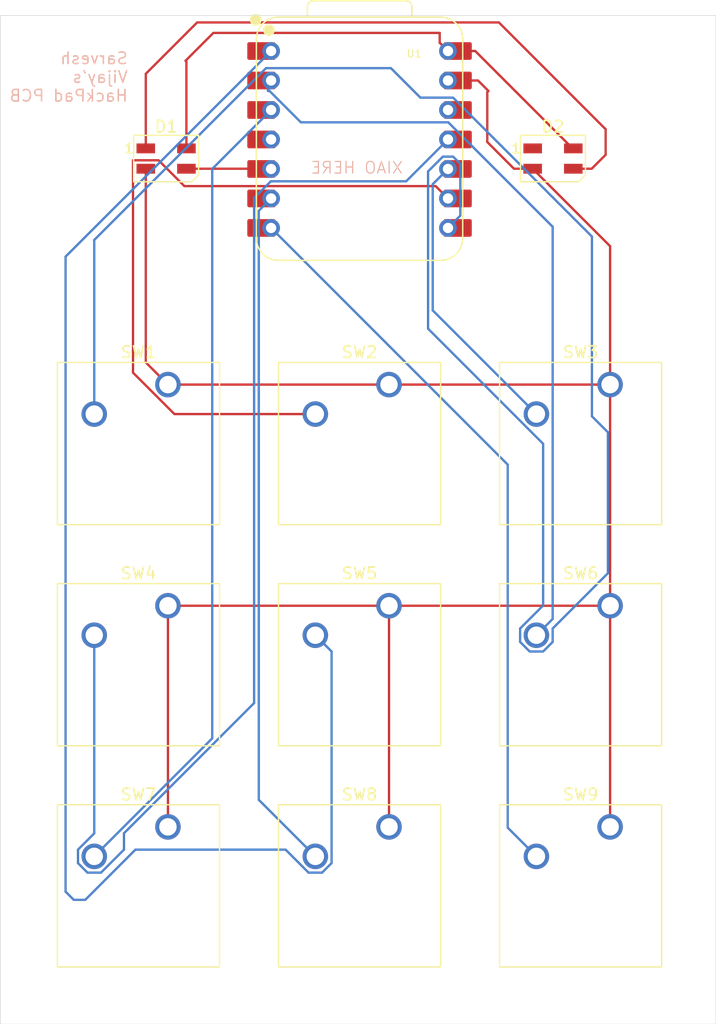
<source format=kicad_pcb>
(kicad_pcb (version 20241229) (generator "pcbnew") (generator_version "9.0")
  (layers (0 "F.Cu" signal) (2 "B.Cu" signal) (13 "F.Paste" user) (15 "B.Paste" user) (5 "F.SilkS" user "F.Silkscreen") (7 "B.SilkS" user "B.Silkscreen") (1 "F.Mask" user) (3 "B.Mask" user) (25 "Edge.Cuts" user))
  (net 0 "")
  (net 1 "+5V")
  (net 2 "GND")
  (net 3 "Net-(D1-DIN)")
  (net 4 "Net-(D1-DOUT)")
  (net 6 "Net-(U1-GPIO1{slash}RX)")
  (net 7 "Net-(U1-GPIO2{slash}SCK)")
  (net 8 "Net-(U1-GPIO4{slash}MISO)")
  (net 9 "Net-(U1-GPIO3{slash}MOSI)")
  (net 11 "Net-(U1-GPIO26{slash}ADC0{slash}A0)")
  (net 12 "Net-(U1-GPIO27{slash}ADC1{slash}A1)")
  (net 13 "Net-(U1-GPIO28{slash}ADC2{slash}A2)")
  (net 14 "Net-(U1-GPIO7{slash}SCL)")
  (net 15 "Net-(U1-GPIO0{slash}TX)")
  (footprint "Button_Switch_Keyboard:SW_Cherry_MX_1.00u_PCB" (layer "F.Cu") (at 123.98375 118.745)
    (property "Reference" "SW4" (at -2.54 -2.794 0) (layer "F.SilkS"))
    (property "Value" "SW_Push")
    (fp_line (start -9.525 -1.905) (end 4.445 -1.905) (stroke (width 0.12)) (layer "F.SilkS"))
    (fp_line (start -9.525 12.065) (end -9.525 -1.905) (stroke (width 0.12)) (layer "F.SilkS"))
    (fp_line (start 4.445 -1.905) (end 4.445 12.065) (stroke (width 0.12)) (layer "F.SilkS"))
    (fp_line (start 4.445 12.065) (end -9.525 12.065) (stroke (width 0.12)) (layer "F.SilkS"))
    (pad "" np_thru_hole circle (at -7.62 5.08) (size 1.7 1.7) (drill 1.7) (layers "*.Cu" "*.Mask"))
    (pad "" np_thru_hole circle (at -2.54 5.08) (size 4 4) (drill 4) (layers "*.Cu" "*.Mask"))
    (pad "" np_thru_hole circle (at 2.54 5.08) (size 1.7 1.7) (drill 1.7) (layers "*.Cu" "*.Mask"))
    (pad "1" thru_hole circle (at 0 0) (size 2.2 2.2) (drill 1.5) (layers "*.Cu" "*.Mask") (net 2 "GND"))
    (pad "2" thru_hole circle (at -6.35 2.54) (size 2.2 2.2) (drill 1.5) (layers "*.Cu" "*.Mask") (net 9 "Net-(U1-GPIO3{slash}MOSI)"))
  )
  (footprint "Button_Switch_Keyboard:SW_Cherry_MX_1.00u_PCB" (layer "F.Cu") (at 162.08375 118.745)
    (property "Reference" "SW6" (at -2.54 -2.794 0) (layer "F.SilkS"))
    (property "Value" "SW_Push")
    (fp_line (start -9.525 -1.905) (end 4.445 -1.905) (stroke (width 0.12)) (layer "F.SilkS"))
    (fp_line (start -9.525 12.065) (end -9.525 -1.905) (stroke (width 0.12)) (layer "F.SilkS"))
    (fp_line (start 4.445 -1.905) (end 4.445 12.065) (stroke (width 0.12)) (layer "F.SilkS"))
    (fp_line (start 4.445 12.065) (end -9.525 12.065) (stroke (width 0.12)) (layer "F.SilkS"))
    (pad "" np_thru_hole circle (at -7.62 5.08) (size 1.7 1.7) (drill 1.7) (layers "*.Cu" "*.Mask"))
    (pad "" np_thru_hole circle (at -2.54 5.08) (size 4 4) (drill 4) (layers "*.Cu" "*.Mask"))
    (pad "" np_thru_hole circle (at 2.54 5.08) (size 1.7 1.7) (drill 1.7) (layers "*.Cu" "*.Mask"))
    (pad "1" thru_hole circle (at 0 0) (size 2.2 2.2) (drill 1.5) (layers "*.Cu" "*.Mask") (net 2 "GND"))
    (pad "2" thru_hole circle (at -6.35 2.54) (size 2.2 2.2) (drill 1.5) (layers "*.Cu" "*.Mask") (net 12 "Net-(U1-GPIO27{slash}ADC1{slash}A1)"))
  )
  (footprint "Button_Switch_Keyboard:SW_Cherry_MX_1.00u_PCB" (layer "F.Cu") (at 123.98375 99.695)
    (property "Reference" "SW1" (at -2.54 -2.794 0) (layer "F.SilkS"))
    (property "Value" "SW_Push")
    (fp_line (start -9.525 -1.905) (end 4.445 -1.905) (stroke (width 0.12)) (layer "F.SilkS"))
    (fp_line (start -9.525 12.065) (end -9.525 -1.905) (stroke (width 0.12)) (layer "F.SilkS"))
    (fp_line (start 4.445 -1.905) (end 4.445 12.065) (stroke (width 0.12)) (layer "F.SilkS"))
    (fp_line (start 4.445 12.065) (end -9.525 12.065) (stroke (width 0.12)) (layer "F.SilkS"))
    (pad "" np_thru_hole circle (at -7.62 5.08) (size 1.7 1.7) (drill 1.7) (layers "*.Cu" "*.Mask"))
    (pad "" np_thru_hole circle (at -2.54 5.08) (size 4 4) (drill 4) (layers "*.Cu" "*.Mask"))
    (pad "" np_thru_hole circle (at 2.54 5.08) (size 1.7 1.7) (drill 1.7) (layers "*.Cu" "*.Mask"))
    (pad "1" thru_hole circle (at 0 0) (size 2.2 2.2) (drill 1.5) (layers "*.Cu" "*.Mask") (net 2 "GND"))
    (pad "2" thru_hole circle (at -6.35 2.54) (size 2.2 2.2) (drill 1.5) (layers "*.Cu" "*.Mask") (net 6 "Net-(U1-GPIO1{slash}RX)"))
  )
  (footprint "Button_Switch_Keyboard:SW_Cherry_MX_1.00u_PCB" (layer "F.Cu") (at 123.98375 137.795)
    (property "Reference" "SW7" (at -2.54 -2.794 0) (layer "F.SilkS"))
    (property "Value" "SW_Push")
    (fp_line (start -9.525 -1.905) (end 4.445 -1.905) (stroke (width 0.12)) (layer "F.SilkS"))
    (fp_line (start -9.525 12.065) (end -9.525 -1.905) (stroke (width 0.12)) (layer "F.SilkS"))
    (fp_line (start 4.445 -1.905) (end 4.445 12.065) (stroke (width 0.12)) (layer "F.SilkS"))
    (fp_line (start 4.445 12.065) (end -9.525 12.065) (stroke (width 0.12)) (layer "F.SilkS"))
    (pad "" np_thru_hole circle (at -7.62 5.08) (size 1.7 1.7) (drill 1.7) (layers "*.Cu" "*.Mask"))
    (pad "" np_thru_hole circle (at -2.54 5.08) (size 4 4) (drill 4) (layers "*.Cu" "*.Mask"))
    (pad "" np_thru_hole circle (at 2.54 5.08) (size 1.7 1.7) (drill 1.7) (layers "*.Cu" "*.Mask"))
    (pad "1" thru_hole circle (at 0 0) (size 2.2 2.2) (drill 1.5) (layers "*.Cu" "*.Mask") (net 2 "GND"))
    (pad "2" thru_hole circle (at -6.35 2.54) (size 2.2 2.2) (drill 1.5) (layers "*.Cu" "*.Mask") (net 13 "Net-(U1-GPIO28{slash}ADC2{slash}A2)"))
  )
  (footprint "Button_Switch_Keyboard:SW_Cherry_MX_1.00u_PCB" (layer "F.Cu") (at 143.03375 99.695)
    (property "Reference" "SW2" (at -2.54 -2.794 0) (layer "F.SilkS"))
    (property "Value" "SW_Push")
    (fp_line (start -9.525 -1.905) (end 4.445 -1.905) (stroke (width 0.12)) (layer "F.SilkS"))
    (fp_line (start -9.525 12.065) (end -9.525 -1.905) (stroke (width 0.12)) (layer "F.SilkS"))
    (fp_line (start 4.445 -1.905) (end 4.445 12.065) (stroke (width 0.12)) (layer "F.SilkS"))
    (fp_line (start 4.445 12.065) (end -9.525 12.065) (stroke (width 0.12)) (layer "F.SilkS"))
    (pad "" np_thru_hole circle (at -7.62 5.08) (size 1.7 1.7) (drill 1.7) (layers "*.Cu" "*.Mask"))
    (pad "" np_thru_hole circle (at -2.54 5.08) (size 4 4) (drill 4) (layers "*.Cu" "*.Mask"))
    (pad "" np_thru_hole circle (at 2.54 5.08) (size 1.7 1.7) (drill 1.7) (layers "*.Cu" "*.Mask"))
    (pad "1" thru_hole circle (at 0 0) (size 2.2 2.2) (drill 1.5) (layers "*.Cu" "*.Mask") (net 2 "GND"))
    (pad "2" thru_hole circle (at -6.35 2.54) (size 2.2 2.2) (drill 1.5) (layers "*.Cu" "*.Mask") (net 7 "Net-(U1-GPIO2{slash}SCK)"))
  )
  (footprint "Button_Switch_Keyboard:SW_Cherry_MX_1.00u_PCB" (layer "F.Cu") (at 143.03375 118.745)
    (property "Reference" "SW5" (at -2.54 -2.794 0) (layer "F.SilkS"))
    (property "Value" "SW_Push")
    (fp_line (start -9.525 -1.905) (end 4.445 -1.905) (stroke (width 0.12)) (layer "F.SilkS"))
    (fp_line (start -9.525 12.065) (end -9.525 -1.905) (stroke (width 0.12)) (layer "F.SilkS"))
    (fp_line (start 4.445 -1.905) (end 4.445 12.065) (stroke (width 0.12)) (layer "F.SilkS"))
    (fp_line (start 4.445 12.065) (end -9.525 12.065) (stroke (width 0.12)) (layer "F.SilkS"))
    (pad "" np_thru_hole circle (at -7.62 5.08) (size 1.7 1.7) (drill 1.7) (layers "*.Cu" "*.Mask"))
    (pad "" np_thru_hole circle (at -2.54 5.08) (size 4 4) (drill 4) (layers "*.Cu" "*.Mask"))
    (pad "" np_thru_hole circle (at 2.54 5.08) (size 1.7 1.7) (drill 1.7) (layers "*.Cu" "*.Mask"))
    (pad "1" thru_hole circle (at 0 0) (size 2.2 2.2) (drill 1.5) (layers "*.Cu" "*.Mask") (net 2 "GND"))
    (pad "2" thru_hole circle (at -6.35 2.54) (size 2.2 2.2) (drill 1.5) (layers "*.Cu" "*.Mask") (net 11 "Net-(U1-GPIO26{slash}ADC0{slash}A0)"))
  )
  (footprint "Button_Switch_Keyboard:SW_Cherry_MX_1.00u_PCB" (layer "F.Cu") (at 162.08375 137.795)
    (property "Reference" "SW9" (at -2.54 -2.794 0) (layer "F.SilkS"))
    (property "Value" "SW_Push")
    (fp_line (start -9.525 -1.905) (end 4.445 -1.905) (stroke (width 0.12)) (layer "F.SilkS"))
    (fp_line (start -9.525 12.065) (end -9.525 -1.905) (stroke (width 0.12)) (layer "F.SilkS"))
    (fp_line (start 4.445 -1.905) (end 4.445 12.065) (stroke (width 0.12)) (layer "F.SilkS"))
    (fp_line (start 4.445 12.065) (end -9.525 12.065) (stroke (width 0.12)) (layer "F.SilkS"))
    (pad "" np_thru_hole circle (at -7.62 5.08) (size 1.7 1.7) (drill 1.7) (layers "*.Cu" "*.Mask"))
    (pad "" np_thru_hole circle (at -2.54 5.08) (size 4 4) (drill 4) (layers "*.Cu" "*.Mask"))
    (pad "" np_thru_hole circle (at 2.54 5.08) (size 1.7 1.7) (drill 1.7) (layers "*.Cu" "*.Mask"))
    (pad "1" thru_hole circle (at 0 0) (size 2.2 2.2) (drill 1.5) (layers "*.Cu" "*.Mask") (net 2 "GND"))
    (pad "2" thru_hole circle (at -6.35 2.54) (size 2.2 2.2) (drill 1.5) (layers "*.Cu" "*.Mask") (net 15 "Net-(U1-GPIO0{slash}TX)"))
  )
  (footprint "Button_Switch_Keyboard:SW_Cherry_MX_1.00u_PCB" (layer "F.Cu") (at 143.03375 137.795)
    (property "Reference" "SW8" (at -2.54 -2.794 0) (layer "F.SilkS"))
    (property "Value" "SW_Push")
    (fp_line (start -9.525 -1.905) (end 4.445 -1.905) (stroke (width 0.12)) (layer "F.SilkS"))
    (fp_line (start -9.525 12.065) (end -9.525 -1.905) (stroke (width 0.12)) (layer "F.SilkS"))
    (fp_line (start 4.445 -1.905) (end 4.445 12.065) (stroke (width 0.12)) (layer "F.SilkS"))
    (fp_line (start 4.445 12.065) (end -9.525 12.065) (stroke (width 0.12)) (layer "F.SilkS"))
    (pad "" np_thru_hole circle (at -7.62 5.08) (size 1.7 1.7) (drill 1.7) (layers "*.Cu" "*.Mask"))
    (pad "" np_thru_hole circle (at -2.54 5.08) (size 4 4) (drill 4) (layers "*.Cu" "*.Mask"))
    (pad "" np_thru_hole circle (at 2.54 5.08) (size 1.7 1.7) (drill 1.7) (layers "*.Cu" "*.Mask"))
    (pad "1" thru_hole circle (at 0 0) (size 2.2 2.2) (drill 1.5) (layers "*.Cu" "*.Mask") (net 2 "GND"))
    (pad "2" thru_hole circle (at -6.35 2.54) (size 2.2 2.2) (drill 1.5) (layers "*.Cu" "*.Mask") (net 14 "Net-(U1-GPIO7{slash}SCL)"))
  )
  (footprint "OPL Lib:XIAO-RP2040-DIP" (layer "F.Cu") (at 140.49375 78.58125)
    (property "Reference" "U1" (at 4.70625 -7.38125 0) (layer "F.SilkS") (effects (font (size 0.635 0.635) (thickness 0.1016))))
    (property "Value" "XIAO-RP2040-DIP")
    (fp_line (start -8.89 8.509) (end -8.89 -8.636) (stroke (width 0.127)) (layer "F.SilkS"))
    (fp_line (start -6.985 10.414) (end 6.985 10.414) (stroke (width 0.127)) (layer "F.SilkS"))
    (fp_line (start -4.495 -10.541) (end -4.491272 -11.451272) (stroke (width 0.127)) (layer "F.SilkS"))
    (fp_line (start -3.991272 -11.951) (end 4.004 -11.951) (stroke (width 0.127)) (layer "F.SilkS"))
    (fp_line (start 4.504 -11.451) (end 4.504 -10.541) (stroke (width 0.127)) (layer "F.SilkS"))
    (fp_line (start 6.985 -10.541) (end -6.985 -10.541) (stroke (width 0.1)) (layer "F.SilkS"))
    (fp_line (start 6.985 -10.541) (end -6.985 -10.541) (stroke (width 0.127)) (layer "F.SilkS"))
    (fp_line (start 8.89 8.509) (end 8.89 -8.636) (stroke (width 0.127)) (layer "F.SilkS"))
    (fp_arc (start -8.89 -8.636) (mid -8.332038 -9.983038) (end -6.985 -10.541) (stroke (width 0.127)) (layer "F.SilkS"))
    (fp_arc (start -6.985 10.414) (mid -8.332038 9.856038) (end -8.89 8.509) (stroke (width 0.127)) (layer "F.SilkS"))
    (fp_arc (start -4.491272 -11.451272) (mid -4.344728 -11.80464) (end -3.991272 -11.951) (stroke (width 0.127)) (layer "F.SilkS"))
    (fp_arc (start 4.004 -11.951) (mid 4.357553 -11.804553) (end 4.504 -11.451) (stroke (width 0.127)) (layer "F.SilkS"))
    (fp_arc (start 6.985 -10.541) (mid 8.332038 -9.983038) (end 8.89 -8.636) (stroke (width 0.127)) (layer "F.SilkS"))
    (fp_arc (start 8.89 8.509) (mid 8.332038 9.856038) (end 6.985 10.414) (stroke (width 0.127)) (layer "F.SilkS"))
    (fp_circle (center -8.95 -10.3) (end -8.95 -10.554) (stroke (width 0.5)) (fill yes) (layer "F.SilkS"))
    (fp_circle (center -7.807 -9.42) (end -7.807 -9.674) (stroke (width 0.5)) (fill yes) (layer "F.SilkS"))
    (pad "1" smd roundrect (at -8.455 -7.62 180) (size 2.432 1.524) (layers "F.Cu" "F.Mask") (roundrect_rratio 0.1) (net 11 "Net-(U1-GPIO26{slash}ADC0{slash}A0)"))
    (pad "1" thru_hole circle (at -7.62 -7.62 180) (size 1.524 1.524) (drill 0.889) (layers "*.Cu" "*.Mask") (net 11 "Net-(U1-GPIO26{slash}ADC0{slash}A0)"))
    (pad "2" smd roundrect (at -8.455 -5.08 180) (size 2.432 1.524) (layers "F.Cu" "F.Mask") (roundrect_rratio 0.1) (net 12 "Net-(U1-GPIO27{slash}ADC1{slash}A1)"))
    (pad "2" thru_hole circle (at -7.62 -5.08 180) (size 1.524 1.524) (drill 0.889) (layers "*.Cu" "*.Mask") (net 12 "Net-(U1-GPIO27{slash}ADC1{slash}A1)"))
    (pad "3" smd roundrect (at -8.455 -2.54 180) (size 2.432 1.524) (layers "F.Cu" "F.Mask") (roundrect_rratio 0.1) (net 13 "Net-(U1-GPIO28{slash}ADC2{slash}A2)"))
    (pad "3" thru_hole circle (at -7.62 -2.54 180) (size 1.524 1.524) (drill 0.889) (layers "*.Cu" "*.Mask") (net 13 "Net-(U1-GPIO28{slash}ADC2{slash}A2)"))
    (pad "4" smd roundrect (at -8.455 0 180) (size 2.432 1.524) (layers "F.Cu" "F.Mask") (roundrect_rratio 0.1))
    (pad "4" thru_hole circle (at -7.62 0 180) (size 1.524 1.524) (drill 0.889) (layers "*.Cu" "*.Mask"))
    (pad "5" smd roundrect (at -8.455 2.54 180) (size 2.432 1.524) (layers "F.Cu" "F.Mask") (roundrect_rratio 0.1) (net 3 "Net-(D1-DIN)"))
    (pad "5" thru_hole circle (at -7.62 2.54 180) (size 1.524 1.524) (drill 0.889) (layers "*.Cu" "*.Mask") (net 3 "Net-(D1-DIN)"))
    (pad "6" smd roundrect (at -8.455 5.08 180) (size 2.432 1.524) (layers "F.Cu" "F.Mask") (roundrect_rratio 0.1) (net 14 "Net-(U1-GPIO7{slash}SCL)"))
    (pad "6" thru_hole circle (at -7.62 5.08 180) (size 1.524 1.524) (drill 0.889) (layers "*.Cu" "*.Mask") (net 14 "Net-(U1-GPIO7{slash}SCL)"))
    (pad "7" smd roundrect (at -8.455 7.62 180) (size 2.432 1.524) (layers "F.Cu" "F.Mask") (roundrect_rratio 0.1) (net 15 "Net-(U1-GPIO0{slash}TX)"))
    (pad "7" thru_hole circle (at -7.62 7.62 180) (size 1.524 1.524) (drill 0.889) (layers "*.Cu" "*.Mask") (net 15 "Net-(U1-GPIO0{slash}TX)"))
    (pad "8" thru_hole circle (at 7.62 7.62) (size 1.524 1.524) (drill 0.889) (layers "*.Cu" "*.Mask") (net 6 "Net-(U1-GPIO1{slash}RX)"))
    (pad "8" smd roundrect (at 8.455 7.62) (size 2.432 1.524) (layers "F.Cu" "F.Mask") (roundrect_rratio 0.1) (net 6 "Net-(U1-GPIO1{slash}RX)"))
    (pad "9" thru_hole circle (at 7.62 5.08) (size 1.524 1.524) (drill 0.889) (layers "*.Cu" "*.Mask") (net 7 "Net-(U1-GPIO2{slash}SCK)"))
    (pad "9" smd roundrect (at 8.455 5.08) (size 2.432 1.524) (layers "F.Cu" "F.Mask") (roundrect_rratio 0.1) (net 7 "Net-(U1-GPIO2{slash}SCK)"))
    (pad "10" thru_hole circle (at 7.62 2.54) (size 1.524 1.524) (drill 0.889) (layers "*.Cu" "*.Mask") (net 8 "Net-(U1-GPIO4{slash}MISO)"))
    (pad "10" smd roundrect (at 8.455 2.54) (size 2.432 1.524) (layers "F.Cu" "F.Mask") (roundrect_rratio 0.1) (net 8 "Net-(U1-GPIO4{slash}MISO)"))
    (pad "11" thru_hole circle (at 7.62 0) (size 1.524 1.524) (drill 0.889) (layers "*.Cu" "*.Mask") (net 9 "Net-(U1-GPIO3{slash}MOSI)"))
    (pad "11" smd roundrect (at 8.455 0) (size 2.432 1.524) (layers "F.Cu" "F.Mask") (roundrect_rratio 0.1) (net 9 "Net-(U1-GPIO3{slash}MOSI)"))
    (pad "12" thru_hole circle (at 7.62 -2.54) (size 1.524 1.524) (drill 0.889) (layers "*.Cu" "*.Mask"))
    (pad "12" smd roundrect (at 8.455 -2.54) (size 2.432 1.524) (layers "F.Cu" "F.Mask") (roundrect_rratio 0.1))
    (pad "13" thru_hole circle (at 7.62 -5.08) (size 1.524 1.524) (drill 0.889) (layers "*.Cu" "*.Mask") (net 2 "GND"))
    (pad "13" smd roundrect (at 8.455 -5.08) (size 2.432 1.524) (layers "F.Cu" "F.Mask") (roundrect_rratio 0.1) (net 2 "GND"))
    (pad "14" thru_hole circle (at 7.62 -7.62) (size 1.524 1.524) (drill 0.889) (layers "*.Cu" "*.Mask") (net 1 "+5V"))
    (pad "14" smd roundrect (at 8.455 -7.62) (size 2.432 1.524) (layers "F.Cu" "F.Mask") (roundrect_rratio 0.1) (net 1 "+5V"))
  )
  (footprint "LED_SMD:LED_SK6812MINI_PLCC4_3.5x3.5mm_P1.75mm" (layer "F.Cu") (at 123.825 80.2255)
    (property "Reference" "D1" (at 0 -2.75 0) (layer "F.SilkS"))
    (property "Value" "SK6812MINI")
    (fp_line (start -2.8 -2) (end -2.8 2) (stroke (width 0.12)) (layer "F.SilkS"))
    (fp_line (start -2.8 -2) (end 2.8 -2) (stroke (width 0.12)) (layer "F.SilkS"))
    (fp_line (start -2.8 2) (end 2.2 2) (stroke (width 0.12)) (layer "F.SilkS"))
    (fp_line (start 2.8 1.4) (end 2.2 2) (stroke (width 0.12)) (layer "F.SilkS"))
    (fp_line (start 2.8 1.4) (end 2.8 -2) (stroke (width 0.12)) (layer "F.SilkS"))
    (fp_text user "1" (at -3.2 -0.875 0) (layer "F.SilkS") (effects (font (size 0.8 0.8))))
    (pad "1" smd rect (at -1.75 -0.875) (size 1.6 0.85) (layers "F.Cu" "F.Mask" "F.Paste") (net 4 "Net-(D1-DOUT)"))
    (pad "2" smd rect (at -1.75 0.875) (size 1.6 0.85) (layers "F.Cu" "F.Mask" "F.Paste") (net 2 "GND"))
    (pad "3" smd rect (at 1.75 0.875) (size 1.6 0.85) (layers "F.Cu" "F.Mask" "F.Paste") (net 3 "Net-(D1-DIN)"))
    (pad "4" smd rect (at 1.75 -0.875) (size 1.6 0.85) (layers "F.Cu" "F.Mask" "F.Paste") (net 1 "+5V"))
  )
  (footprint "LED_SMD:LED_SK6812MINI_PLCC4_3.5x3.5mm_P1.75mm" (layer "F.Cu") (at 157.1625 80.2255)
    (property "Reference" "D2" (at 0 -2.75 0) (layer "F.SilkS"))
    (property "Value" "SK6812MINI")
    (fp_line (start -2.8 -2) (end -2.8 2) (stroke (width 0.12)) (layer "F.SilkS"))
    (fp_line (start -2.8 -2) (end 2.8 -2) (stroke (width 0.12)) (layer "F.SilkS"))
    (fp_line (start -2.8 2) (end 2.2 2) (stroke (width 0.12)) (layer "F.SilkS"))
    (fp_line (start 2.8 1.4) (end 2.2 2) (stroke (width 0.12)) (layer "F.SilkS"))
    (fp_line (start 2.8 1.4) (end 2.8 -2) (stroke (width 0.12)) (layer "F.SilkS"))
    (fp_text user "1" (at -3.2 -0.875 0) (layer "F.SilkS") (effects (font (size 0.8 0.8))))
    (pad "1" smd rect (at -1.75 -0.875) (size 1.6 0.85) (layers "F.Cu" "F.Mask" "F.Paste"))
    (pad "2" smd rect (at -1.75 0.875) (size 1.6 0.85) (layers "F.Cu" "F.Mask" "F.Paste") (net 2 "GND"))
    (pad "3" smd rect (at 1.75 0.875) (size 1.6 0.85) (layers "F.Cu" "F.Mask" "F.Paste") (net 4 "Net-(D1-DOUT)"))
    (pad "4" smd rect (at 1.75 -0.875) (size 1.6 0.85) (layers "F.Cu" "F.Mask" "F.Paste") (net 1 "+5V"))
  )
  (footprint "Button_Switch_Keyboard:SW_Cherry_MX_1.00u_PCB" (layer "F.Cu") (at 162.08375 99.695)
    (property "Reference" "SW3" (at -2.54 -2.794 0) (layer "F.SilkS"))
    (property "Value" "SW_Push")
    (fp_line (start -9.525 -1.905) (end 4.445 -1.905) (stroke (width 0.12)) (layer "F.SilkS"))
    (fp_line (start -9.525 12.065) (end -9.525 -1.905) (stroke (width 0.12)) (layer "F.SilkS"))
    (fp_line (start 4.445 -1.905) (end 4.445 12.065) (stroke (width 0.12)) (layer "F.SilkS"))
    (fp_line (start 4.445 12.065) (end -9.525 12.065) (stroke (width 0.12)) (layer "F.SilkS"))
    (pad "" np_thru_hole circle (at -7.62 5.08) (size 1.7 1.7) (drill 1.7) (layers "*.Cu" "*.Mask"))
    (pad "" np_thru_hole circle (at -2.54 5.08) (size 4 4) (drill 4) (layers "*.Cu" "*.Mask"))
    (pad "" np_thru_hole circle (at 2.54 5.08) (size 1.7 1.7) (drill 1.7) (layers "*.Cu" "*.Mask"))
    (pad "1" thru_hole circle (at 0 0) (size 2.2 2.2) (drill 1.5) (layers "*.Cu" "*.Mask") (net 2 "GND"))
    (pad "2" thru_hole circle (at -6.35 2.54) (size 2.2 2.2) (drill 1.5) (layers "*.Cu" "*.Mask") (net 8 "Net-(U1-GPIO4{slash}MISO)"))
  )
  (gr_rect (start 109.5375 67.9) (end 171.2 154.78125) (stroke (width 0.05)) (fill no) (layer "Edge.Cuts"))
  (gr_text "XIAO HERE" (at 144.3 81.6 0) (layer "B.SilkS") (effects (font (size 1 1) (thickness 0.1)) (justify left bottom mirror)))
  (gr_text "Sarvesh \nVijay's \nHackPad PCB" (at 120.6 73.2 0) (layer "B.SilkS") (effects (font (size 1 1) (thickness 0.125)) (justify left mirror)))
  (segment (start 125.575 79.3505) (end 125.575 71.875) (width 0.2) (layer "F.Cu") (net 1))
  (segment (start 150.46125 70.96125) (end 148.94875 70.96125) (width 0.2) (layer "F.Cu") (net 1))
  (segment (start 158.8 79.3) (end 150.46125 70.96125) (width 0.2) (layer "F.Cu") (net 1))
  (segment (start 147.4 69.4) (end 147.4 70.2475) (width 0.2) (layer "F.Cu") (net 1))
  (segment (start 125.5 71.8) (end 127.9 69.4) (width 0.2) (layer "F.Cu") (net 1))
  (segment (start 158.9125 79.3505) (end 158.862 79.3) (width 0.2) (layer "F.Cu") (net 1))
  (segment (start 127.9 69.4) (end 147.4 69.4) (width 0.2) (layer "F.Cu") (net 1))
  (segment (start 158.862 79.3) (end 158.8 79.3) (width 0.2) (layer "F.Cu") (net 1))
  (segment (start 125.575 71.875) (end 125.5 71.8) (width 0.2) (layer "F.Cu") (net 1))
  (segment (start 147.4 70.2475) (end 148.11375 70.96125) (width 0.2) (layer "F.Cu") (net 1))
  (segment (start 155.4125 81.1005) (end 153.8005 81.1005) (width 0.2) (layer "F.Cu") (net 2))
  (segment (start 151.5 78.8) (end 151.5 74.5) (width 0.2) (layer "F.Cu") (net 2))
  (segment (start 123.98375 137.795) (end 123.98375 118.745) (width 0.2) (layer "F.Cu") (net 2))
  (segment (start 162.08375 87.77175) (end 155.4125 81.1005) (width 0.2) (layer "F.Cu") (net 2))
  (segment (start 162.08375 99.695) (end 162.08375 118.745) (width 0.2) (layer "F.Cu") (net 2))
  (segment (start 162.08375 118.745) (end 162.08375 137.795) (width 0.2) (layer "F.Cu") (net 2))
  (segment (start 162.08375 99.695) (end 162.08375 87.77175) (width 0.2) (layer "F.Cu") (net 2))
  (segment (start 151.6 74.4) (end 150.70125 73.50125) (width 0.2) (layer "F.Cu") (net 2))
  (segment (start 123.98375 99.695) (end 123.98375 99.51625) (width 0.2) (layer "F.Cu") (net 2))
  (segment (start 143.03375 137.795) (end 143.03375 118.745) (width 0.2) (layer "F.Cu") (net 2))
  (segment (start 150.70125 73.50125) (end 148.94875 73.50125) (width 0.2) (layer "F.Cu") (net 2))
  (segment (start 153.8005 81.1005) (end 151.5 78.8) (width 0.2) (layer "F.Cu") (net 2))
  (segment (start 122.075 97.78625) (end 122.075 81.1005) (width 0.2) (layer "F.Cu") (net 2))
  (segment (start 123.98375 99.695) (end 162.08375 99.695) (width 0.2) (layer "F.Cu") (net 2))
  (segment (start 123.98375 99.695) (end 122.075 97.78625) (width 0.2) (layer "F.Cu") (net 2))
  (segment (start 151.5 74.5) (end 151.6 74.4) (width 0.2) (layer "F.Cu") (net 2))
  (segment (start 123.98375 118.745) (end 162.08375 118.745) (width 0.2) (layer "F.Cu") (net 2))
  (segment (start 132.018 81.1005) (end 132.03875 81.12125) (width 0.2) (layer "F.Cu") (net 3))
  (segment (start 125.575 81.1005) (end 132.018 81.1005) (width 0.2) (layer "F.Cu") (net 3))
  (segment (start 161.7 79.9) (end 160.4995 81.1005) (width 0.2) (layer "F.Cu") (net 4))
  (segment (start 126.5 68.5) (end 152.5 68.5) (width 0.2) (layer "F.Cu") (net 4))
  (segment (start 160.4995 81.1005) (end 158.9125 81.1005) (width 0.2) (layer "F.Cu") (net 4))
  (segment (start 122.075 72.925) (end 126.5 68.5) (width 0.2) (layer "F.Cu") (net 4))
  (segment (start 122.075 79.3505) (end 122.075 72.925) (width 0.2) (layer "F.Cu") (net 4))
  (segment (start 152.5 68.5) (end 161.7 77.7) (width 0.2) (layer "F.Cu") (net 4))
  (segment (start 161.7 77.7) (end 161.7 79.9) (width 0.2) (layer "F.Cu") (net 4))
  (segment (start 161.89475 115.944686) (end 157.13475 120.704686) (width 0.2) (layer "B.Cu") (net 6))
  (segment (start 155.153436 122.686) (end 154.33275 121.865314) (width 0.2) (layer "B.Cu") (net 6))
  (segment (start 145.74 74.97825) (end 148.55406 74.97825) (width 0.2) (layer "B.Cu") (net 6))
  (segment (start 149.17675 80.68094) (end 149.17675 85.13825) (width 0.2) (layer "B.Cu") (net 6))
  (segment (start 117.63375 102.235) (end 117.63375 87.23794) (width 0.2) (layer "B.Cu") (net 6))
  (segment (start 148.55406 80.05825) (end 149.17675 80.68094) (width 0.2) (layer "B.Cu") (net 6))
  (segment (start 143.2 72.43825) (end 145.74 74.97825) (width 0.2) (layer "B.Cu") (net 6))
  (segment (start 117.63375 87.23794) (end 132.43344 72.43825) (width 0.2) (layer "B.Cu") (net 6))
  (segment (start 156.314064 118.723372) (end 156.314064 104.796628) (width 0.2) (layer "B.Cu") (net 6))
  (segment (start 156.314064 104.796628) (end 146.399 94.881564) (width 0.2) (layer "B.Cu") (net 6))
  (segment (start 157.13475 121.865314) (end 156.314064 122.686) (width 0.2) (layer "B.Cu") (net 6))
  (segment (start 147.67344 80.05825) (end 148.55406 80.05825) (width 0.2) (layer "B.Cu") (net 6))
  (segment (start 148.55406 74.97825) (end 160.517566 86.941756) (width 0.2) (layer "B.Cu") (net 6))
  (segment (start 161.89475 103.801184) (end 161.89475 115.944686) (width 0.2) (layer "B.Cu") (net 6))
  (segment (start 146.399 94.881564) (end 146.399 81.33269) (width 0.2) (layer "B.Cu") (net 6))
  (segment (start 132.43344 72.43825) (end 143.2 72.43825) (width 0.2) (layer "B.Cu") (net 6))
  (segment (start 157.13475 120.704686) (end 157.13475 121.865314) (width 0.2) (layer "B.Cu") (net 6))
  (segment (start 154.33275 120.704686) (end 156.314064 118.723372) (width 0.2) (layer "B.Cu") (net 6))
  (segment (start 149.17675 85.13825) (end 148.11375 86.20125) (width 0.2) (layer "B.Cu") (net 6))
  (segment (start 160.517566 102.424) (end 161.89475 103.801184) (width 0.2) (layer "B.Cu") (net 6))
  (segment (start 160.517566 86.941756) (end 160.517566 102.424) (width 0.2) (layer "B.Cu") (net 6))
  (segment (start 156.314064 122.686) (end 155.153436 122.686) (width 0.2) (layer "B.Cu") (net 6))
  (segment (start 146.399 81.33269) (end 147.67344 80.05825) (width 0.2) (layer "B.Cu") (net 6))
  (segment (start 154.33275 121.865314) (end 154.33275 120.704686) (width 0.2) (layer "B.Cu") (net 6))
  (segment (start 147.05075 82.59825) (end 148.11375 83.66125) (width 0.2) (layer "F.Cu") (net 7))
  (segment (start 125.39975 82.59825) (end 147.05075 82.59825) (width 0.2) (layer "F.Cu") (net 7))
  (segment (start 136.68375 102.235) (end 124.542436 102.235) (width 0.2) (layer "F.Cu") (net 7))
  (segment (start 120.974 98.666564) (end 120.974 80.3745) (width 0.2) (layer "F.Cu") (net 7))
  (segment (start 120.974 80.3745) (end 123.176 80.3745) (width 0.2) (layer "F.Cu") (net 7))
  (segment (start 124.542436 102.235) (end 120.974 98.666564) (width 0.2) (layer "F.Cu") (net 7))
  (segment (start 123.176 80.3745) (end 125.39975 82.59825) (width 0.2) (layer "F.Cu") (net 7))
  (segment (start 146.8 82.435) (end 148.11375 81.12125) (width 0.2) (layer "B.Cu") (net 8))
  (segment (start 146.8 93.30125) (end 146.8 82.435) (width 0.2) (layer "B.Cu") (net 8))
  (segment (start 155.73375 102.235) (end 146.8 93.30125) (width 0.2) (layer "B.Cu") (net 8))
  (segment (start 131.40975 83.62194) (end 132.84744 82.18425) (width 0.2) (layer "B.Cu") (net 9))
  (segment (start 117.053436 141.736) (end 118.214064 141.736) (width 0.2) (layer "B.Cu") (net 9))
  (segment (start 116.23275 139.754686) (end 116.23275 140.915314) (width 0.2) (layer "B.Cu") (net 9))
  (segment (start 117.63375 121.285) (end 117.63375 138.353686) (width 0.2) (layer "B.Cu") (net 9))
  (segment (start 116.23275 140.915314) (end 117.053436 141.736) (width 0.2) (layer "B.Cu") (net 9))
  (segment (start 117.63375 138.353686) (end 116.23275 139.754686) (width 0.2) (layer "B.Cu") (net 9))
  (segment (start 120.195378 139.754686) (end 120.195378 138.340472) (width 0.2) (layer "B.Cu") (net 9))
  (segment (start 120.195378 138.340472) (end 131.40975 127.1261) (width 0.2) (layer "B.Cu") (net 9))
  (segment (start 131.40975 127.1261) (end 131.40975 83.62194) (width 0.2) (layer "B.Cu") (net 9))
  (segment (start 132.84744 82.18425) (end 144.51075 82.18425) (width 0.2) (layer "B.Cu") (net 9))
  (segment (start 144.51075 82.18425) (end 148.11375 78.58125) (width 0.2) (layer "B.Cu") (net 9))
  (segment (start 118.214064 141.736) (end 120.195378 139.754686) (width 0.2) (layer "B.Cu") (net 9))
  (segment (start 138.08475 122.686) (end 138.08475 140.915314) (width 0.2) (layer "B.Cu") (net 11))
  (segment (start 116.86122 144.076) (end 115.86628 144.076) (width 0.2) (layer "B.Cu") (net 11))
  (segment (start 136.103436 141.736) (end 134.122122 139.754686) (width 0.2) (layer "B.Cu") (net 11))
  (segment (start 134.122122 139.754686) (end 121.182534 139.754686) (width 0.2) (layer "B.Cu") (net 11))
  (segment (start 138.08475 140.915314) (end 137.264064 141.736) (width 0.2) (layer "B.Cu") (net 11))
  (segment (start 137.264064 141.736) (end 136.103436 141.736) (width 0.2) (layer "B.Cu") (net 11))
  (segment (start 115.16275 143.37247) (end 115.16275 88.67225) (width 0.2) (layer "B.Cu") (net 11))
  (segment (start 136.68375 121.285) (end 138.08475 122.686) (width 0.2) (layer "B.Cu") (net 11))
  (segment (start 115.16275 88.67225) (end 132.87375 70.96125) (width 0.2) (layer "B.Cu") (net 11))
  (segment (start 121.182534 139.754686) (end 116.86122 144.076) (width 0.2) (layer "B.Cu") (net 11))
  (segment (start 115.86628 144.076) (end 115.16275 143.37247) (width 0.2) (layer "B.Cu") (net 11))
  (segment (start 157.13475 86.09894) (end 148.14006 77.10425) (width 0.2) (layer "B.Cu") (net 12))
  (segment (start 155.73375 121.285) (end 157.13475 119.884) (width 0.2) (layer "B.Cu") (net 12))
  (segment (start 132.6 73.775) (end 132.87375 73.50125) (width 0.2) (layer "B.Cu") (net 12))
  (segment (start 132.6 74.4) (end 132.6 73.775) (width 0.2) (layer "B.Cu") (net 12))
  (segment (start 157.13475 119.884) (end 157.13475 86.09894) (width 0.2) (layer "B.Cu") (net 12))
  (segment (start 148.14006 77.10425) (end 135.44006 77.10425) (width 0.2) (layer "B.Cu") (net 12))
  (segment (start 132.73581 74.4) (end 132.6 74.4) (width 0.2) (layer "B.Cu") (net 12))
  (segment (start 135.44006 77.10425) (end 132.73581 74.4) (width 0.2) (layer "B.Cu") (net 12))
  (segment (start 117.63375 140.335) (end 127.8 130.16875) (width 0.2) (layer "B.Cu") (net 13))
  (segment (start 127.8 130.16875) (end 127.8 81.115) (width 0.2) (layer "B.Cu") (net 13))
  (segment (start 127.8 81.115) (end 132.87375 76.04125) (width 0.2) (layer "B.Cu") (net 13))
  (segment (start 131.81075 135.462) (end 131.81075 84.72425) (width 0.2) (layer "B.Cu") (net 14))
  (segment (start 136.68375 140.335) (end 131.81075 135.462) (width 0.2) (layer "B.Cu") (net 14))
  (segment (start 131.81075 84.72425) (end 132.87375 83.66125) (width 0.2) (layer "B.Cu") (net 14))
  (segment (start 155.73375 140.335) (end 153.26275 137.864) (width 0.2) (layer "B.Cu") (net 15))
  (segment (start 153.26275 106.59025) (end 132.87375 86.20125) (width 0.2) (layer "B.Cu") (net 15))
  (segment (start 153.26275 137.864) (end 153.26275 106.59025) (width 0.2) (layer "B.Cu") (net 15))
)
</source>
